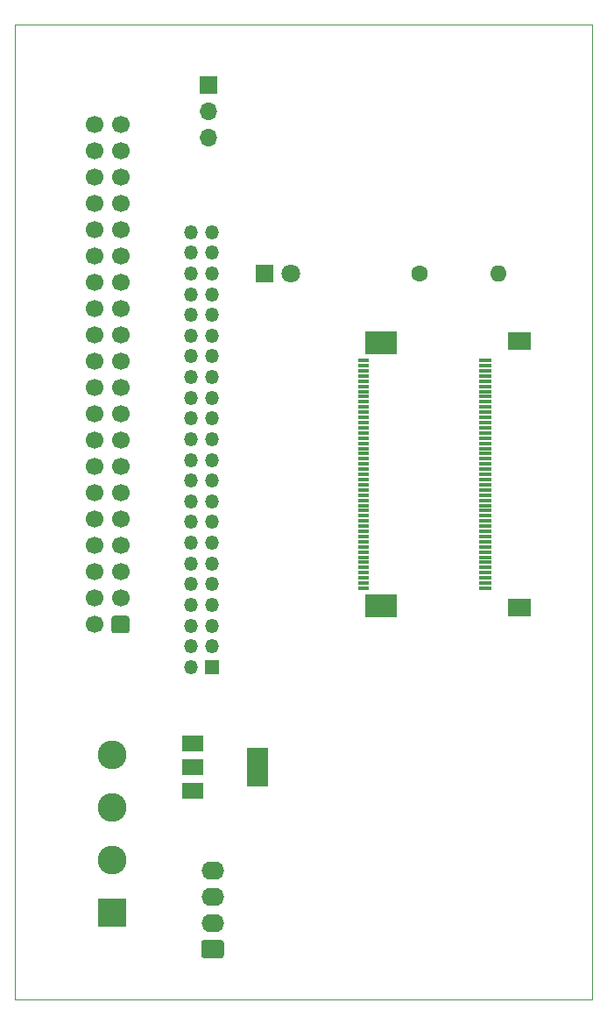
<source format=gbr>
G04 #@! TF.GenerationSoftware,KiCad,Pcbnew,5.1.8+dfsg1-1~bpo10+1*
G04 #@! TF.CreationDate,2020-11-27T20:05:00+01:00*
G04 #@! TF.ProjectId,SeagateST1adapter,53656167-6174-4655-9354-316164617074,1*
G04 #@! TF.SameCoordinates,Original*
G04 #@! TF.FileFunction,Soldermask,Top*
G04 #@! TF.FilePolarity,Negative*
%FSLAX46Y46*%
G04 Gerber Fmt 4.6, Leading zero omitted, Abs format (unit mm)*
G04 Created by KiCad (PCBNEW 5.1.8+dfsg1-1~bpo10+1) date 2020-11-27 20:05:00*
%MOMM*%
%LPD*%
G01*
G04 APERTURE LIST*
G04 #@! TA.AperFunction,Profile*
%ADD10C,0.050000*%
G04 #@! TD*
%ADD11R,2.000000X1.500000*%
%ADD12R,2.000000X3.800000*%
%ADD13O,1.600000X1.600000*%
%ADD14C,1.600000*%
%ADD15C,1.800000*%
%ADD16R,1.800000X1.800000*%
%ADD17O,1.700000X1.700000*%
%ADD18R,1.700000X1.700000*%
%ADD19O,1.350000X1.350000*%
%ADD20R,1.350000X1.350000*%
%ADD21C,1.700000*%
%ADD22C,2.780000*%
%ADD23R,2.780000X2.780000*%
%ADD24O,2.190000X1.740000*%
%ADD25R,3.100000X2.300000*%
%ADD26R,1.100000X0.300000*%
%ADD27R,1.300000X0.300000*%
%ADD28R,2.200000X1.800000*%
G04 APERTURE END LIST*
D10*
X81330800Y-165100000D02*
X81330800Y-70967600D01*
X137160000Y-165100000D02*
X81330800Y-165100000D01*
X137160000Y-70967600D02*
X137160000Y-165100000D01*
X81330800Y-70967600D02*
X137160000Y-70967600D01*
D11*
G04 #@! TO.C,U1*
X98500000Y-140350000D03*
X98500000Y-144950000D03*
X98500000Y-142650000D03*
D12*
X104800000Y-142650000D03*
G04 #@! TD*
D13*
G04 #@! TO.C,R1*
X128070000Y-95000000D03*
D14*
X120450000Y-95000000D03*
G04 #@! TD*
D15*
G04 #@! TO.C,D1*
X107990000Y-95000000D03*
D16*
X105450000Y-95000000D03*
G04 #@! TD*
D17*
G04 #@! TO.C,JP1*
X100050000Y-81880000D03*
X100050000Y-79340000D03*
D18*
X100050000Y-76800000D03*
G04 #@! TD*
D19*
G04 #@! TO.C,J7*
X98400000Y-91000000D03*
X100400000Y-91000000D03*
X98400000Y-93000000D03*
X100400000Y-93000000D03*
X98400000Y-95000000D03*
X100400000Y-95000000D03*
X98400000Y-97000000D03*
X100400000Y-97000000D03*
X98400000Y-99000000D03*
X100400000Y-99000000D03*
X98400000Y-101000000D03*
X100400000Y-101000000D03*
X98400000Y-103000000D03*
X100400000Y-103000000D03*
X98400000Y-105000000D03*
X100400000Y-105000000D03*
X98400000Y-107000000D03*
X100400000Y-107000000D03*
X98400000Y-109000000D03*
X100400000Y-109000000D03*
X98400000Y-111000000D03*
X100400000Y-111000000D03*
X98400000Y-113000000D03*
X100400000Y-113000000D03*
X98400000Y-115000000D03*
X100400000Y-115000000D03*
X98400000Y-117000000D03*
X100400000Y-117000000D03*
X98400000Y-119000000D03*
X100400000Y-119000000D03*
X98400000Y-121000000D03*
X100400000Y-121000000D03*
X98400000Y-123000000D03*
X100400000Y-123000000D03*
X98400000Y-125000000D03*
X100400000Y-125000000D03*
X98400000Y-127000000D03*
X100400000Y-127000000D03*
X98400000Y-129000000D03*
X100400000Y-129000000D03*
X98400000Y-131000000D03*
X100400000Y-131000000D03*
X98400000Y-133000000D03*
D20*
X100400000Y-133000000D03*
G04 #@! TD*
D21*
G04 #@! TO.C,J3*
X89010000Y-80640000D03*
X89010000Y-83180000D03*
X89010000Y-85720000D03*
X89010000Y-88260000D03*
X89010000Y-90800000D03*
X89010000Y-93340000D03*
X89010000Y-95880000D03*
X89010000Y-98420000D03*
X89010000Y-100960000D03*
X89010000Y-103500000D03*
X89010000Y-106040000D03*
X89010000Y-108580000D03*
X89010000Y-111120000D03*
X89010000Y-113660000D03*
X89010000Y-116200000D03*
X89010000Y-118740000D03*
X89010000Y-121280000D03*
X89010000Y-123820000D03*
X89010000Y-126360000D03*
X89010000Y-128900000D03*
X91550000Y-80640000D03*
X91550000Y-83180000D03*
X91550000Y-85720000D03*
X91550000Y-88260000D03*
X91550000Y-90800000D03*
X91550000Y-93340000D03*
X91550000Y-95880000D03*
X91550000Y-98420000D03*
X91550000Y-100960000D03*
X91550000Y-103500000D03*
X91550000Y-106040000D03*
X91550000Y-108580000D03*
X91550000Y-111120000D03*
X91550000Y-113660000D03*
X91550000Y-116200000D03*
X91550000Y-118740000D03*
X91550000Y-121280000D03*
X91550000Y-123820000D03*
X91550000Y-126360000D03*
G36*
G01*
X92400000Y-128300000D02*
X92400000Y-129500000D01*
G75*
G02*
X92150000Y-129750000I-250000J0D01*
G01*
X90950000Y-129750000D01*
G75*
G02*
X90700000Y-129500000I0J250000D01*
G01*
X90700000Y-128300000D01*
G75*
G02*
X90950000Y-128050000I250000J0D01*
G01*
X92150000Y-128050000D01*
G75*
G02*
X92400000Y-128300000I0J-250000D01*
G01*
G37*
G04 #@! TD*
D22*
G04 #@! TO.C,J5*
X90750000Y-141460000D03*
X90750000Y-146540000D03*
X90750000Y-151620000D03*
D23*
X90750000Y-156700000D03*
G04 #@! TD*
D24*
G04 #@! TO.C,J4*
X100450000Y-152630000D03*
X100450000Y-155170000D03*
X100450000Y-157710000D03*
G36*
G01*
X101295001Y-161120000D02*
X99604999Y-161120000D01*
G75*
G02*
X99355000Y-160870001I0J249999D01*
G01*
X99355000Y-159629999D01*
G75*
G02*
X99604999Y-159380000I249999J0D01*
G01*
X101295001Y-159380000D01*
G75*
G02*
X101545000Y-159629999I0J-249999D01*
G01*
X101545000Y-160870001D01*
G75*
G02*
X101295001Y-161120000I-249999J0D01*
G01*
G37*
G04 #@! TD*
D25*
G04 #@! TO.C,J2*
X116750000Y-101730000D03*
X116750000Y-127070000D03*
D26*
X115050000Y-103400000D03*
X115050000Y-103900000D03*
X115050000Y-104400000D03*
X115050000Y-104900000D03*
X115050000Y-105400000D03*
X115050000Y-105900000D03*
X115050000Y-106400000D03*
X115050000Y-106900000D03*
X115050000Y-107400000D03*
X115050000Y-107900000D03*
X115050000Y-108400000D03*
X115050000Y-108900000D03*
X115050000Y-109400000D03*
X115050000Y-109900000D03*
X115050000Y-110400000D03*
X115050000Y-110900000D03*
X115050000Y-111400000D03*
X115050000Y-111900000D03*
X115050000Y-112400000D03*
X115050000Y-112900000D03*
X115050000Y-113400000D03*
X115050000Y-113900000D03*
X115050000Y-114400000D03*
X115050000Y-114900000D03*
X115050000Y-115400000D03*
X115050000Y-115900000D03*
X115050000Y-116400000D03*
X115050000Y-116900000D03*
X115050000Y-117400000D03*
X115050000Y-117900000D03*
X115050000Y-118400000D03*
X115050000Y-118900000D03*
X115050000Y-119400000D03*
X115050000Y-119900000D03*
X115050000Y-120400000D03*
X115050000Y-120900000D03*
X115050000Y-121400000D03*
X115050000Y-121900000D03*
X115050000Y-122400000D03*
X115050000Y-122900000D03*
X115050000Y-123400000D03*
X115050000Y-123900000D03*
X115050000Y-124400000D03*
X115050000Y-124900000D03*
X115050000Y-125400000D03*
G04 #@! TD*
D27*
G04 #@! TO.C,J1*
X126850000Y-103400000D03*
X126850000Y-103900000D03*
X126850000Y-104400000D03*
X126850000Y-104900000D03*
X126850000Y-105400000D03*
X126850000Y-105900000D03*
X126850000Y-106400000D03*
X126850000Y-106900000D03*
X126850000Y-107400000D03*
X126850000Y-107900000D03*
X126850000Y-108400000D03*
X126850000Y-108900000D03*
X126850000Y-109400000D03*
X126850000Y-109900000D03*
X126850000Y-110400000D03*
X126850000Y-110900000D03*
X126850000Y-111400000D03*
X126850000Y-111900000D03*
X126850000Y-112400000D03*
X126850000Y-112900000D03*
X126850000Y-113400000D03*
X126850000Y-113900000D03*
X126850000Y-114400000D03*
X126850000Y-114900000D03*
X126850000Y-115400000D03*
X126850000Y-115900000D03*
X126850000Y-116400000D03*
X126850000Y-116900000D03*
X126850000Y-117400000D03*
X126850000Y-117900000D03*
X126850000Y-118400000D03*
X126850000Y-118900000D03*
X126850000Y-119400000D03*
X126850000Y-119900000D03*
X126850000Y-120400000D03*
X126850000Y-120900000D03*
X126850000Y-121400000D03*
X126850000Y-121900000D03*
X126850000Y-122400000D03*
X126850000Y-122900000D03*
X126850000Y-123400000D03*
X126850000Y-123900000D03*
X126850000Y-124400000D03*
X126850000Y-124900000D03*
X126850000Y-125400000D03*
D28*
X130100000Y-127300000D03*
X130100000Y-101500000D03*
G04 #@! TD*
M02*

</source>
